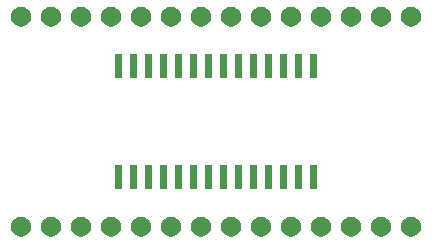
<source format=gbr>
G04 #@! TF.GenerationSoftware,KiCad,Pcbnew,5.0.2-bee76a0~70~ubuntu18.04.1*
G04 #@! TF.CreationDate,2019-03-14T21:08:30-04:00*
G04 #@! TF.ProjectId,soicssop,736f6963-7373-46f7-902e-6b696361645f,rev?*
G04 #@! TF.SameCoordinates,Original*
G04 #@! TF.FileFunction,Soldermask,Top*
G04 #@! TF.FilePolarity,Negative*
%FSLAX46Y46*%
G04 Gerber Fmt 4.6, Leading zero omitted, Abs format (unit mm)*
G04 Created by KiCad (PCBNEW 5.0.2-bee76a0~70~ubuntu18.04.1) date Thu 14 Mar 2019 21:08:30 EDT*
%MOMM*%
%LPD*%
G01*
G04 APERTURE LIST*
%ADD10C,0.100000*%
G04 APERTURE END LIST*
D10*
G36*
X-1022066Y-8072664D02*
X-867373Y-8136740D01*
X-728153Y-8229764D01*
X-609764Y-8348153D01*
X-516740Y-8487373D01*
X-452664Y-8642066D01*
X-420000Y-8806281D01*
X-420000Y-8973719D01*
X-452664Y-9137934D01*
X-516740Y-9292627D01*
X-609764Y-9431847D01*
X-728153Y-9550236D01*
X-867373Y-9643260D01*
X-1022066Y-9707336D01*
X-1186281Y-9740000D01*
X-1353719Y-9740000D01*
X-1517934Y-9707336D01*
X-1672627Y-9643260D01*
X-1811847Y-9550236D01*
X-1930236Y-9431847D01*
X-2023260Y-9292627D01*
X-2087336Y-9137934D01*
X-2120000Y-8973719D01*
X-2120000Y-8806281D01*
X-2087336Y-8642066D01*
X-2023260Y-8487373D01*
X-1930236Y-8348153D01*
X-1811847Y-8229764D01*
X-1672627Y-8136740D01*
X-1517934Y-8072664D01*
X-1353719Y-8040000D01*
X-1186281Y-8040000D01*
X-1022066Y-8072664D01*
X-1022066Y-8072664D01*
G37*
G36*
X14217934Y-8072664D02*
X14372627Y-8136740D01*
X14511847Y-8229764D01*
X14630236Y-8348153D01*
X14723260Y-8487373D01*
X14787336Y-8642066D01*
X14820000Y-8806281D01*
X14820000Y-8973719D01*
X14787336Y-9137934D01*
X14723260Y-9292627D01*
X14630236Y-9431847D01*
X14511847Y-9550236D01*
X14372627Y-9643260D01*
X14217934Y-9707336D01*
X14053719Y-9740000D01*
X13886281Y-9740000D01*
X13722066Y-9707336D01*
X13567373Y-9643260D01*
X13428153Y-9550236D01*
X13309764Y-9431847D01*
X13216740Y-9292627D01*
X13152664Y-9137934D01*
X13120000Y-8973719D01*
X13120000Y-8806281D01*
X13152664Y-8642066D01*
X13216740Y-8487373D01*
X13309764Y-8348153D01*
X13428153Y-8229764D01*
X13567373Y-8136740D01*
X13722066Y-8072664D01*
X13886281Y-8040000D01*
X14053719Y-8040000D01*
X14217934Y-8072664D01*
X14217934Y-8072664D01*
G37*
G36*
X16757934Y-8072664D02*
X16912627Y-8136740D01*
X17051847Y-8229764D01*
X17170236Y-8348153D01*
X17263260Y-8487373D01*
X17327336Y-8642066D01*
X17360000Y-8806281D01*
X17360000Y-8973719D01*
X17327336Y-9137934D01*
X17263260Y-9292627D01*
X17170236Y-9431847D01*
X17051847Y-9550236D01*
X16912627Y-9643260D01*
X16757934Y-9707336D01*
X16593719Y-9740000D01*
X16426281Y-9740000D01*
X16262066Y-9707336D01*
X16107373Y-9643260D01*
X15968153Y-9550236D01*
X15849764Y-9431847D01*
X15756740Y-9292627D01*
X15692664Y-9137934D01*
X15660000Y-8973719D01*
X15660000Y-8806281D01*
X15692664Y-8642066D01*
X15756740Y-8487373D01*
X15849764Y-8348153D01*
X15968153Y-8229764D01*
X16107373Y-8136740D01*
X16262066Y-8072664D01*
X16426281Y-8040000D01*
X16593719Y-8040000D01*
X16757934Y-8072664D01*
X16757934Y-8072664D01*
G37*
G36*
X-16262066Y-8072664D02*
X-16107373Y-8136740D01*
X-15968153Y-8229764D01*
X-15849764Y-8348153D01*
X-15756740Y-8487373D01*
X-15692664Y-8642066D01*
X-15660000Y-8806281D01*
X-15660000Y-8973719D01*
X-15692664Y-9137934D01*
X-15756740Y-9292627D01*
X-15849764Y-9431847D01*
X-15968153Y-9550236D01*
X-16107373Y-9643260D01*
X-16262066Y-9707336D01*
X-16426281Y-9740000D01*
X-16593719Y-9740000D01*
X-16757934Y-9707336D01*
X-16912627Y-9643260D01*
X-17051847Y-9550236D01*
X-17170236Y-9431847D01*
X-17263260Y-9292627D01*
X-17327336Y-9137934D01*
X-17360000Y-8973719D01*
X-17360000Y-8806281D01*
X-17327336Y-8642066D01*
X-17263260Y-8487373D01*
X-17170236Y-8348153D01*
X-17051847Y-8229764D01*
X-16912627Y-8136740D01*
X-16757934Y-8072664D01*
X-16593719Y-8040000D01*
X-16426281Y-8040000D01*
X-16262066Y-8072664D01*
X-16262066Y-8072664D01*
G37*
G36*
X-13722066Y-8072664D02*
X-13567373Y-8136740D01*
X-13428153Y-8229764D01*
X-13309764Y-8348153D01*
X-13216740Y-8487373D01*
X-13152664Y-8642066D01*
X-13120000Y-8806281D01*
X-13120000Y-8973719D01*
X-13152664Y-9137934D01*
X-13216740Y-9292627D01*
X-13309764Y-9431847D01*
X-13428153Y-9550236D01*
X-13567373Y-9643260D01*
X-13722066Y-9707336D01*
X-13886281Y-9740000D01*
X-14053719Y-9740000D01*
X-14217934Y-9707336D01*
X-14372627Y-9643260D01*
X-14511847Y-9550236D01*
X-14630236Y-9431847D01*
X-14723260Y-9292627D01*
X-14787336Y-9137934D01*
X-14820000Y-8973719D01*
X-14820000Y-8806281D01*
X-14787336Y-8642066D01*
X-14723260Y-8487373D01*
X-14630236Y-8348153D01*
X-14511847Y-8229764D01*
X-14372627Y-8136740D01*
X-14217934Y-8072664D01*
X-14053719Y-8040000D01*
X-13886281Y-8040000D01*
X-13722066Y-8072664D01*
X-13722066Y-8072664D01*
G37*
G36*
X11677934Y-8072664D02*
X11832627Y-8136740D01*
X11971847Y-8229764D01*
X12090236Y-8348153D01*
X12183260Y-8487373D01*
X12247336Y-8642066D01*
X12280000Y-8806281D01*
X12280000Y-8973719D01*
X12247336Y-9137934D01*
X12183260Y-9292627D01*
X12090236Y-9431847D01*
X11971847Y-9550236D01*
X11832627Y-9643260D01*
X11677934Y-9707336D01*
X11513719Y-9740000D01*
X11346281Y-9740000D01*
X11182066Y-9707336D01*
X11027373Y-9643260D01*
X10888153Y-9550236D01*
X10769764Y-9431847D01*
X10676740Y-9292627D01*
X10612664Y-9137934D01*
X10580000Y-8973719D01*
X10580000Y-8806281D01*
X10612664Y-8642066D01*
X10676740Y-8487373D01*
X10769764Y-8348153D01*
X10888153Y-8229764D01*
X11027373Y-8136740D01*
X11182066Y-8072664D01*
X11346281Y-8040000D01*
X11513719Y-8040000D01*
X11677934Y-8072664D01*
X11677934Y-8072664D01*
G37*
G36*
X-11182066Y-8072664D02*
X-11027373Y-8136740D01*
X-10888153Y-8229764D01*
X-10769764Y-8348153D01*
X-10676740Y-8487373D01*
X-10612664Y-8642066D01*
X-10580000Y-8806281D01*
X-10580000Y-8973719D01*
X-10612664Y-9137934D01*
X-10676740Y-9292627D01*
X-10769764Y-9431847D01*
X-10888153Y-9550236D01*
X-11027373Y-9643260D01*
X-11182066Y-9707336D01*
X-11346281Y-9740000D01*
X-11513719Y-9740000D01*
X-11677934Y-9707336D01*
X-11832627Y-9643260D01*
X-11971847Y-9550236D01*
X-12090236Y-9431847D01*
X-12183260Y-9292627D01*
X-12247336Y-9137934D01*
X-12280000Y-8973719D01*
X-12280000Y-8806281D01*
X-12247336Y-8642066D01*
X-12183260Y-8487373D01*
X-12090236Y-8348153D01*
X-11971847Y-8229764D01*
X-11832627Y-8136740D01*
X-11677934Y-8072664D01*
X-11513719Y-8040000D01*
X-11346281Y-8040000D01*
X-11182066Y-8072664D01*
X-11182066Y-8072664D01*
G37*
G36*
X9137934Y-8072664D02*
X9292627Y-8136740D01*
X9431847Y-8229764D01*
X9550236Y-8348153D01*
X9643260Y-8487373D01*
X9707336Y-8642066D01*
X9740000Y-8806281D01*
X9740000Y-8973719D01*
X9707336Y-9137934D01*
X9643260Y-9292627D01*
X9550236Y-9431847D01*
X9431847Y-9550236D01*
X9292627Y-9643260D01*
X9137934Y-9707336D01*
X8973719Y-9740000D01*
X8806281Y-9740000D01*
X8642066Y-9707336D01*
X8487373Y-9643260D01*
X8348153Y-9550236D01*
X8229764Y-9431847D01*
X8136740Y-9292627D01*
X8072664Y-9137934D01*
X8040000Y-8973719D01*
X8040000Y-8806281D01*
X8072664Y-8642066D01*
X8136740Y-8487373D01*
X8229764Y-8348153D01*
X8348153Y-8229764D01*
X8487373Y-8136740D01*
X8642066Y-8072664D01*
X8806281Y-8040000D01*
X8973719Y-8040000D01*
X9137934Y-8072664D01*
X9137934Y-8072664D01*
G37*
G36*
X-8642066Y-8072664D02*
X-8487373Y-8136740D01*
X-8348153Y-8229764D01*
X-8229764Y-8348153D01*
X-8136740Y-8487373D01*
X-8072664Y-8642066D01*
X-8040000Y-8806281D01*
X-8040000Y-8973719D01*
X-8072664Y-9137934D01*
X-8136740Y-9292627D01*
X-8229764Y-9431847D01*
X-8348153Y-9550236D01*
X-8487373Y-9643260D01*
X-8642066Y-9707336D01*
X-8806281Y-9740000D01*
X-8973719Y-9740000D01*
X-9137934Y-9707336D01*
X-9292627Y-9643260D01*
X-9431847Y-9550236D01*
X-9550236Y-9431847D01*
X-9643260Y-9292627D01*
X-9707336Y-9137934D01*
X-9740000Y-8973719D01*
X-9740000Y-8806281D01*
X-9707336Y-8642066D01*
X-9643260Y-8487373D01*
X-9550236Y-8348153D01*
X-9431847Y-8229764D01*
X-9292627Y-8136740D01*
X-9137934Y-8072664D01*
X-8973719Y-8040000D01*
X-8806281Y-8040000D01*
X-8642066Y-8072664D01*
X-8642066Y-8072664D01*
G37*
G36*
X6597934Y-8072664D02*
X6752627Y-8136740D01*
X6891847Y-8229764D01*
X7010236Y-8348153D01*
X7103260Y-8487373D01*
X7167336Y-8642066D01*
X7200000Y-8806281D01*
X7200000Y-8973719D01*
X7167336Y-9137934D01*
X7103260Y-9292627D01*
X7010236Y-9431847D01*
X6891847Y-9550236D01*
X6752627Y-9643260D01*
X6597934Y-9707336D01*
X6433719Y-9740000D01*
X6266281Y-9740000D01*
X6102066Y-9707336D01*
X5947373Y-9643260D01*
X5808153Y-9550236D01*
X5689764Y-9431847D01*
X5596740Y-9292627D01*
X5532664Y-9137934D01*
X5500000Y-8973719D01*
X5500000Y-8806281D01*
X5532664Y-8642066D01*
X5596740Y-8487373D01*
X5689764Y-8348153D01*
X5808153Y-8229764D01*
X5947373Y-8136740D01*
X6102066Y-8072664D01*
X6266281Y-8040000D01*
X6433719Y-8040000D01*
X6597934Y-8072664D01*
X6597934Y-8072664D01*
G37*
G36*
X-6102066Y-8072664D02*
X-5947373Y-8136740D01*
X-5808153Y-8229764D01*
X-5689764Y-8348153D01*
X-5596740Y-8487373D01*
X-5532664Y-8642066D01*
X-5500000Y-8806281D01*
X-5500000Y-8973719D01*
X-5532664Y-9137934D01*
X-5596740Y-9292627D01*
X-5689764Y-9431847D01*
X-5808153Y-9550236D01*
X-5947373Y-9643260D01*
X-6102066Y-9707336D01*
X-6266281Y-9740000D01*
X-6433719Y-9740000D01*
X-6597934Y-9707336D01*
X-6752627Y-9643260D01*
X-6891847Y-9550236D01*
X-7010236Y-9431847D01*
X-7103260Y-9292627D01*
X-7167336Y-9137934D01*
X-7200000Y-8973719D01*
X-7200000Y-8806281D01*
X-7167336Y-8642066D01*
X-7103260Y-8487373D01*
X-7010236Y-8348153D01*
X-6891847Y-8229764D01*
X-6752627Y-8136740D01*
X-6597934Y-8072664D01*
X-6433719Y-8040000D01*
X-6266281Y-8040000D01*
X-6102066Y-8072664D01*
X-6102066Y-8072664D01*
G37*
G36*
X4057934Y-8072664D02*
X4212627Y-8136740D01*
X4351847Y-8229764D01*
X4470236Y-8348153D01*
X4563260Y-8487373D01*
X4627336Y-8642066D01*
X4660000Y-8806281D01*
X4660000Y-8973719D01*
X4627336Y-9137934D01*
X4563260Y-9292627D01*
X4470236Y-9431847D01*
X4351847Y-9550236D01*
X4212627Y-9643260D01*
X4057934Y-9707336D01*
X3893719Y-9740000D01*
X3726281Y-9740000D01*
X3562066Y-9707336D01*
X3407373Y-9643260D01*
X3268153Y-9550236D01*
X3149764Y-9431847D01*
X3056740Y-9292627D01*
X2992664Y-9137934D01*
X2960000Y-8973719D01*
X2960000Y-8806281D01*
X2992664Y-8642066D01*
X3056740Y-8487373D01*
X3149764Y-8348153D01*
X3268153Y-8229764D01*
X3407373Y-8136740D01*
X3562066Y-8072664D01*
X3726281Y-8040000D01*
X3893719Y-8040000D01*
X4057934Y-8072664D01*
X4057934Y-8072664D01*
G37*
G36*
X-3562066Y-8072664D02*
X-3407373Y-8136740D01*
X-3268153Y-8229764D01*
X-3149764Y-8348153D01*
X-3056740Y-8487373D01*
X-2992664Y-8642066D01*
X-2960000Y-8806281D01*
X-2960000Y-8973719D01*
X-2992664Y-9137934D01*
X-3056740Y-9292627D01*
X-3149764Y-9431847D01*
X-3268153Y-9550236D01*
X-3407373Y-9643260D01*
X-3562066Y-9707336D01*
X-3726281Y-9740000D01*
X-3893719Y-9740000D01*
X-4057934Y-9707336D01*
X-4212627Y-9643260D01*
X-4351847Y-9550236D01*
X-4470236Y-9431847D01*
X-4563260Y-9292627D01*
X-4627336Y-9137934D01*
X-4660000Y-8973719D01*
X-4660000Y-8806281D01*
X-4627336Y-8642066D01*
X-4563260Y-8487373D01*
X-4470236Y-8348153D01*
X-4351847Y-8229764D01*
X-4212627Y-8136740D01*
X-4057934Y-8072664D01*
X-3893719Y-8040000D01*
X-3726281Y-8040000D01*
X-3562066Y-8072664D01*
X-3562066Y-8072664D01*
G37*
G36*
X1517934Y-8072664D02*
X1672627Y-8136740D01*
X1811847Y-8229764D01*
X1930236Y-8348153D01*
X2023260Y-8487373D01*
X2087336Y-8642066D01*
X2120000Y-8806281D01*
X2120000Y-8973719D01*
X2087336Y-9137934D01*
X2023260Y-9292627D01*
X1930236Y-9431847D01*
X1811847Y-9550236D01*
X1672627Y-9643260D01*
X1517934Y-9707336D01*
X1353719Y-9740000D01*
X1186281Y-9740000D01*
X1022066Y-9707336D01*
X867373Y-9643260D01*
X728153Y-9550236D01*
X609764Y-9431847D01*
X516740Y-9292627D01*
X452664Y-9137934D01*
X420000Y-8973719D01*
X420000Y-8806281D01*
X452664Y-8642066D01*
X516740Y-8487373D01*
X609764Y-8348153D01*
X728153Y-8229764D01*
X867373Y-8136740D01*
X1022066Y-8072664D01*
X1186281Y-8040000D01*
X1353719Y-8040000D01*
X1517934Y-8072664D01*
X1517934Y-8072664D01*
G37*
G36*
X3475000Y-5700000D02*
X2875000Y-5700000D01*
X2875000Y-3700000D01*
X3475000Y-3700000D01*
X3475000Y-5700000D01*
X3475000Y-5700000D01*
G37*
G36*
X8555000Y-5700000D02*
X7955000Y-5700000D01*
X7955000Y-3700000D01*
X8555000Y-3700000D01*
X8555000Y-5700000D01*
X8555000Y-5700000D01*
G37*
G36*
X-7955000Y-5700000D02*
X-8555000Y-5700000D01*
X-8555000Y-3700000D01*
X-7955000Y-3700000D01*
X-7955000Y-5700000D01*
X-7955000Y-5700000D01*
G37*
G36*
X-6685000Y-5700000D02*
X-7285000Y-5700000D01*
X-7285000Y-3700000D01*
X-6685000Y-3700000D01*
X-6685000Y-5700000D01*
X-6685000Y-5700000D01*
G37*
G36*
X-5415000Y-5700000D02*
X-6015000Y-5700000D01*
X-6015000Y-3700000D01*
X-5415000Y-3700000D01*
X-5415000Y-5700000D01*
X-5415000Y-5700000D01*
G37*
G36*
X-4145000Y-5700000D02*
X-4745000Y-5700000D01*
X-4745000Y-3700000D01*
X-4145000Y-3700000D01*
X-4145000Y-5700000D01*
X-4145000Y-5700000D01*
G37*
G36*
X-2875000Y-5700000D02*
X-3475000Y-5700000D01*
X-3475000Y-3700000D01*
X-2875000Y-3700000D01*
X-2875000Y-5700000D01*
X-2875000Y-5700000D01*
G37*
G36*
X-1605000Y-5700000D02*
X-2205000Y-5700000D01*
X-2205000Y-3700000D01*
X-1605000Y-3700000D01*
X-1605000Y-5700000D01*
X-1605000Y-5700000D01*
G37*
G36*
X-335000Y-5700000D02*
X-935000Y-5700000D01*
X-935000Y-3700000D01*
X-335000Y-3700000D01*
X-335000Y-5700000D01*
X-335000Y-5700000D01*
G37*
G36*
X935000Y-5700000D02*
X335000Y-5700000D01*
X335000Y-3700000D01*
X935000Y-3700000D01*
X935000Y-5700000D01*
X935000Y-5700000D01*
G37*
G36*
X2205000Y-5700000D02*
X1605000Y-5700000D01*
X1605000Y-3700000D01*
X2205000Y-3700000D01*
X2205000Y-5700000D01*
X2205000Y-5700000D01*
G37*
G36*
X6015000Y-5700000D02*
X5415000Y-5700000D01*
X5415000Y-3700000D01*
X6015000Y-3700000D01*
X6015000Y-5700000D01*
X6015000Y-5700000D01*
G37*
G36*
X4745000Y-5700000D02*
X4145000Y-5700000D01*
X4145000Y-3700000D01*
X4745000Y-3700000D01*
X4745000Y-5700000D01*
X4745000Y-5700000D01*
G37*
G36*
X7285000Y-5700000D02*
X6685000Y-5700000D01*
X6685000Y-3700000D01*
X7285000Y-3700000D01*
X7285000Y-5700000D01*
X7285000Y-5700000D01*
G37*
G36*
X-6685000Y3700000D02*
X-7285000Y3700000D01*
X-7285000Y5700000D01*
X-6685000Y5700000D01*
X-6685000Y3700000D01*
X-6685000Y3700000D01*
G37*
G36*
X8555000Y3700000D02*
X7955000Y3700000D01*
X7955000Y5700000D01*
X8555000Y5700000D01*
X8555000Y3700000D01*
X8555000Y3700000D01*
G37*
G36*
X7285000Y3700000D02*
X6685000Y3700000D01*
X6685000Y5700000D01*
X7285000Y5700000D01*
X7285000Y3700000D01*
X7285000Y3700000D01*
G37*
G36*
X6015000Y3700000D02*
X5415000Y3700000D01*
X5415000Y5700000D01*
X6015000Y5700000D01*
X6015000Y3700000D01*
X6015000Y3700000D01*
G37*
G36*
X4745000Y3700000D02*
X4145000Y3700000D01*
X4145000Y5700000D01*
X4745000Y5700000D01*
X4745000Y3700000D01*
X4745000Y3700000D01*
G37*
G36*
X3475000Y3700000D02*
X2875000Y3700000D01*
X2875000Y5700000D01*
X3475000Y5700000D01*
X3475000Y3700000D01*
X3475000Y3700000D01*
G37*
G36*
X2205000Y3700000D02*
X1605000Y3700000D01*
X1605000Y5700000D01*
X2205000Y5700000D01*
X2205000Y3700000D01*
X2205000Y3700000D01*
G37*
G36*
X-335000Y3700000D02*
X-935000Y3700000D01*
X-935000Y5700000D01*
X-335000Y5700000D01*
X-335000Y3700000D01*
X-335000Y3700000D01*
G37*
G36*
X-1605000Y3700000D02*
X-2205000Y3700000D01*
X-2205000Y5700000D01*
X-1605000Y5700000D01*
X-1605000Y3700000D01*
X-1605000Y3700000D01*
G37*
G36*
X-2875000Y3700000D02*
X-3475000Y3700000D01*
X-3475000Y5700000D01*
X-2875000Y5700000D01*
X-2875000Y3700000D01*
X-2875000Y3700000D01*
G37*
G36*
X-4145000Y3700000D02*
X-4745000Y3700000D01*
X-4745000Y5700000D01*
X-4145000Y5700000D01*
X-4145000Y3700000D01*
X-4145000Y3700000D01*
G37*
G36*
X-5415000Y3700000D02*
X-6015000Y3700000D01*
X-6015000Y5700000D01*
X-5415000Y5700000D01*
X-5415000Y3700000D01*
X-5415000Y3700000D01*
G37*
G36*
X-7955000Y3700000D02*
X-8555000Y3700000D01*
X-8555000Y5700000D01*
X-7955000Y5700000D01*
X-7955000Y3700000D01*
X-7955000Y3700000D01*
G37*
G36*
X935000Y3700000D02*
X335000Y3700000D01*
X335000Y5700000D01*
X935000Y5700000D01*
X935000Y3700000D01*
X935000Y3700000D01*
G37*
G36*
X-16262066Y9707336D02*
X-16107373Y9643260D01*
X-15968153Y9550236D01*
X-15849764Y9431847D01*
X-15756740Y9292627D01*
X-15692664Y9137934D01*
X-15660000Y8973719D01*
X-15660000Y8806281D01*
X-15692664Y8642066D01*
X-15756740Y8487373D01*
X-15849764Y8348153D01*
X-15968153Y8229764D01*
X-16107373Y8136740D01*
X-16262066Y8072664D01*
X-16426281Y8040000D01*
X-16593719Y8040000D01*
X-16757934Y8072664D01*
X-16912627Y8136740D01*
X-17051847Y8229764D01*
X-17170236Y8348153D01*
X-17263260Y8487373D01*
X-17327336Y8642066D01*
X-17360000Y8806281D01*
X-17360000Y8973719D01*
X-17327336Y9137934D01*
X-17263260Y9292627D01*
X-17170236Y9431847D01*
X-17051847Y9550236D01*
X-16912627Y9643260D01*
X-16757934Y9707336D01*
X-16593719Y9740000D01*
X-16426281Y9740000D01*
X-16262066Y9707336D01*
X-16262066Y9707336D01*
G37*
G36*
X-11182066Y9707336D02*
X-11027373Y9643260D01*
X-10888153Y9550236D01*
X-10769764Y9431847D01*
X-10676740Y9292627D01*
X-10612664Y9137934D01*
X-10580000Y8973719D01*
X-10580000Y8806281D01*
X-10612664Y8642066D01*
X-10676740Y8487373D01*
X-10769764Y8348153D01*
X-10888153Y8229764D01*
X-11027373Y8136740D01*
X-11182066Y8072664D01*
X-11346281Y8040000D01*
X-11513719Y8040000D01*
X-11677934Y8072664D01*
X-11832627Y8136740D01*
X-11971847Y8229764D01*
X-12090236Y8348153D01*
X-12183260Y8487373D01*
X-12247336Y8642066D01*
X-12280000Y8806281D01*
X-12280000Y8973719D01*
X-12247336Y9137934D01*
X-12183260Y9292627D01*
X-12090236Y9431847D01*
X-11971847Y9550236D01*
X-11832627Y9643260D01*
X-11677934Y9707336D01*
X-11513719Y9740000D01*
X-11346281Y9740000D01*
X-11182066Y9707336D01*
X-11182066Y9707336D01*
G37*
G36*
X-8642066Y9707336D02*
X-8487373Y9643260D01*
X-8348153Y9550236D01*
X-8229764Y9431847D01*
X-8136740Y9292627D01*
X-8072664Y9137934D01*
X-8040000Y8973719D01*
X-8040000Y8806281D01*
X-8072664Y8642066D01*
X-8136740Y8487373D01*
X-8229764Y8348153D01*
X-8348153Y8229764D01*
X-8487373Y8136740D01*
X-8642066Y8072664D01*
X-8806281Y8040000D01*
X-8973719Y8040000D01*
X-9137934Y8072664D01*
X-9292627Y8136740D01*
X-9431847Y8229764D01*
X-9550236Y8348153D01*
X-9643260Y8487373D01*
X-9707336Y8642066D01*
X-9740000Y8806281D01*
X-9740000Y8973719D01*
X-9707336Y9137934D01*
X-9643260Y9292627D01*
X-9550236Y9431847D01*
X-9431847Y9550236D01*
X-9292627Y9643260D01*
X-9137934Y9707336D01*
X-8973719Y9740000D01*
X-8806281Y9740000D01*
X-8642066Y9707336D01*
X-8642066Y9707336D01*
G37*
G36*
X-6102066Y9707336D02*
X-5947373Y9643260D01*
X-5808153Y9550236D01*
X-5689764Y9431847D01*
X-5596740Y9292627D01*
X-5532664Y9137934D01*
X-5500000Y8973719D01*
X-5500000Y8806281D01*
X-5532664Y8642066D01*
X-5596740Y8487373D01*
X-5689764Y8348153D01*
X-5808153Y8229764D01*
X-5947373Y8136740D01*
X-6102066Y8072664D01*
X-6266281Y8040000D01*
X-6433719Y8040000D01*
X-6597934Y8072664D01*
X-6752627Y8136740D01*
X-6891847Y8229764D01*
X-7010236Y8348153D01*
X-7103260Y8487373D01*
X-7167336Y8642066D01*
X-7200000Y8806281D01*
X-7200000Y8973719D01*
X-7167336Y9137934D01*
X-7103260Y9292627D01*
X-7010236Y9431847D01*
X-6891847Y9550236D01*
X-6752627Y9643260D01*
X-6597934Y9707336D01*
X-6433719Y9740000D01*
X-6266281Y9740000D01*
X-6102066Y9707336D01*
X-6102066Y9707336D01*
G37*
G36*
X-3562066Y9707336D02*
X-3407373Y9643260D01*
X-3268153Y9550236D01*
X-3149764Y9431847D01*
X-3056740Y9292627D01*
X-2992664Y9137934D01*
X-2960000Y8973719D01*
X-2960000Y8806281D01*
X-2992664Y8642066D01*
X-3056740Y8487373D01*
X-3149764Y8348153D01*
X-3268153Y8229764D01*
X-3407373Y8136740D01*
X-3562066Y8072664D01*
X-3726281Y8040000D01*
X-3893719Y8040000D01*
X-4057934Y8072664D01*
X-4212627Y8136740D01*
X-4351847Y8229764D01*
X-4470236Y8348153D01*
X-4563260Y8487373D01*
X-4627336Y8642066D01*
X-4660000Y8806281D01*
X-4660000Y8973719D01*
X-4627336Y9137934D01*
X-4563260Y9292627D01*
X-4470236Y9431847D01*
X-4351847Y9550236D01*
X-4212627Y9643260D01*
X-4057934Y9707336D01*
X-3893719Y9740000D01*
X-3726281Y9740000D01*
X-3562066Y9707336D01*
X-3562066Y9707336D01*
G37*
G36*
X-1022066Y9707336D02*
X-867373Y9643260D01*
X-728153Y9550236D01*
X-609764Y9431847D01*
X-516740Y9292627D01*
X-452664Y9137934D01*
X-420000Y8973719D01*
X-420000Y8806281D01*
X-452664Y8642066D01*
X-516740Y8487373D01*
X-609764Y8348153D01*
X-728153Y8229764D01*
X-867373Y8136740D01*
X-1022066Y8072664D01*
X-1186281Y8040000D01*
X-1353719Y8040000D01*
X-1517934Y8072664D01*
X-1672627Y8136740D01*
X-1811847Y8229764D01*
X-1930236Y8348153D01*
X-2023260Y8487373D01*
X-2087336Y8642066D01*
X-2120000Y8806281D01*
X-2120000Y8973719D01*
X-2087336Y9137934D01*
X-2023260Y9292627D01*
X-1930236Y9431847D01*
X-1811847Y9550236D01*
X-1672627Y9643260D01*
X-1517934Y9707336D01*
X-1353719Y9740000D01*
X-1186281Y9740000D01*
X-1022066Y9707336D01*
X-1022066Y9707336D01*
G37*
G36*
X-13722066Y9707336D02*
X-13567373Y9643260D01*
X-13428153Y9550236D01*
X-13309764Y9431847D01*
X-13216740Y9292627D01*
X-13152664Y9137934D01*
X-13120000Y8973719D01*
X-13120000Y8806281D01*
X-13152664Y8642066D01*
X-13216740Y8487373D01*
X-13309764Y8348153D01*
X-13428153Y8229764D01*
X-13567373Y8136740D01*
X-13722066Y8072664D01*
X-13886281Y8040000D01*
X-14053719Y8040000D01*
X-14217934Y8072664D01*
X-14372627Y8136740D01*
X-14511847Y8229764D01*
X-14630236Y8348153D01*
X-14723260Y8487373D01*
X-14787336Y8642066D01*
X-14820000Y8806281D01*
X-14820000Y8973719D01*
X-14787336Y9137934D01*
X-14723260Y9292627D01*
X-14630236Y9431847D01*
X-14511847Y9550236D01*
X-14372627Y9643260D01*
X-14217934Y9707336D01*
X-14053719Y9740000D01*
X-13886281Y9740000D01*
X-13722066Y9707336D01*
X-13722066Y9707336D01*
G37*
G36*
X4057934Y9707336D02*
X4212627Y9643260D01*
X4351847Y9550236D01*
X4470236Y9431847D01*
X4563260Y9292627D01*
X4627336Y9137934D01*
X4660000Y8973719D01*
X4660000Y8806281D01*
X4627336Y8642066D01*
X4563260Y8487373D01*
X4470236Y8348153D01*
X4351847Y8229764D01*
X4212627Y8136740D01*
X4057934Y8072664D01*
X3893719Y8040000D01*
X3726281Y8040000D01*
X3562066Y8072664D01*
X3407373Y8136740D01*
X3268153Y8229764D01*
X3149764Y8348153D01*
X3056740Y8487373D01*
X2992664Y8642066D01*
X2960000Y8806281D01*
X2960000Y8973719D01*
X2992664Y9137934D01*
X3056740Y9292627D01*
X3149764Y9431847D01*
X3268153Y9550236D01*
X3407373Y9643260D01*
X3562066Y9707336D01*
X3726281Y9740000D01*
X3893719Y9740000D01*
X4057934Y9707336D01*
X4057934Y9707336D01*
G37*
G36*
X6597934Y9707336D02*
X6752627Y9643260D01*
X6891847Y9550236D01*
X7010236Y9431847D01*
X7103260Y9292627D01*
X7167336Y9137934D01*
X7200000Y8973719D01*
X7200000Y8806281D01*
X7167336Y8642066D01*
X7103260Y8487373D01*
X7010236Y8348153D01*
X6891847Y8229764D01*
X6752627Y8136740D01*
X6597934Y8072664D01*
X6433719Y8040000D01*
X6266281Y8040000D01*
X6102066Y8072664D01*
X5947373Y8136740D01*
X5808153Y8229764D01*
X5689764Y8348153D01*
X5596740Y8487373D01*
X5532664Y8642066D01*
X5500000Y8806281D01*
X5500000Y8973719D01*
X5532664Y9137934D01*
X5596740Y9292627D01*
X5689764Y9431847D01*
X5808153Y9550236D01*
X5947373Y9643260D01*
X6102066Y9707336D01*
X6266281Y9740000D01*
X6433719Y9740000D01*
X6597934Y9707336D01*
X6597934Y9707336D01*
G37*
G36*
X9137934Y9707336D02*
X9292627Y9643260D01*
X9431847Y9550236D01*
X9550236Y9431847D01*
X9643260Y9292627D01*
X9707336Y9137934D01*
X9740000Y8973719D01*
X9740000Y8806281D01*
X9707336Y8642066D01*
X9643260Y8487373D01*
X9550236Y8348153D01*
X9431847Y8229764D01*
X9292627Y8136740D01*
X9137934Y8072664D01*
X8973719Y8040000D01*
X8806281Y8040000D01*
X8642066Y8072664D01*
X8487373Y8136740D01*
X8348153Y8229764D01*
X8229764Y8348153D01*
X8136740Y8487373D01*
X8072664Y8642066D01*
X8040000Y8806281D01*
X8040000Y8973719D01*
X8072664Y9137934D01*
X8136740Y9292627D01*
X8229764Y9431847D01*
X8348153Y9550236D01*
X8487373Y9643260D01*
X8642066Y9707336D01*
X8806281Y9740000D01*
X8973719Y9740000D01*
X9137934Y9707336D01*
X9137934Y9707336D01*
G37*
G36*
X11677934Y9707336D02*
X11832627Y9643260D01*
X11971847Y9550236D01*
X12090236Y9431847D01*
X12183260Y9292627D01*
X12247336Y9137934D01*
X12280000Y8973719D01*
X12280000Y8806281D01*
X12247336Y8642066D01*
X12183260Y8487373D01*
X12090236Y8348153D01*
X11971847Y8229764D01*
X11832627Y8136740D01*
X11677934Y8072664D01*
X11513719Y8040000D01*
X11346281Y8040000D01*
X11182066Y8072664D01*
X11027373Y8136740D01*
X10888153Y8229764D01*
X10769764Y8348153D01*
X10676740Y8487373D01*
X10612664Y8642066D01*
X10580000Y8806281D01*
X10580000Y8973719D01*
X10612664Y9137934D01*
X10676740Y9292627D01*
X10769764Y9431847D01*
X10888153Y9550236D01*
X11027373Y9643260D01*
X11182066Y9707336D01*
X11346281Y9740000D01*
X11513719Y9740000D01*
X11677934Y9707336D01*
X11677934Y9707336D01*
G37*
G36*
X14217934Y9707336D02*
X14372627Y9643260D01*
X14511847Y9550236D01*
X14630236Y9431847D01*
X14723260Y9292627D01*
X14787336Y9137934D01*
X14820000Y8973719D01*
X14820000Y8806281D01*
X14787336Y8642066D01*
X14723260Y8487373D01*
X14630236Y8348153D01*
X14511847Y8229764D01*
X14372627Y8136740D01*
X14217934Y8072664D01*
X14053719Y8040000D01*
X13886281Y8040000D01*
X13722066Y8072664D01*
X13567373Y8136740D01*
X13428153Y8229764D01*
X13309764Y8348153D01*
X13216740Y8487373D01*
X13152664Y8642066D01*
X13120000Y8806281D01*
X13120000Y8973719D01*
X13152664Y9137934D01*
X13216740Y9292627D01*
X13309764Y9431847D01*
X13428153Y9550236D01*
X13567373Y9643260D01*
X13722066Y9707336D01*
X13886281Y9740000D01*
X14053719Y9740000D01*
X14217934Y9707336D01*
X14217934Y9707336D01*
G37*
G36*
X16757934Y9707336D02*
X16912627Y9643260D01*
X17051847Y9550236D01*
X17170236Y9431847D01*
X17263260Y9292627D01*
X17327336Y9137934D01*
X17360000Y8973719D01*
X17360000Y8806281D01*
X17327336Y8642066D01*
X17263260Y8487373D01*
X17170236Y8348153D01*
X17051847Y8229764D01*
X16912627Y8136740D01*
X16757934Y8072664D01*
X16593719Y8040000D01*
X16426281Y8040000D01*
X16262066Y8072664D01*
X16107373Y8136740D01*
X15968153Y8229764D01*
X15849764Y8348153D01*
X15756740Y8487373D01*
X15692664Y8642066D01*
X15660000Y8806281D01*
X15660000Y8973719D01*
X15692664Y9137934D01*
X15756740Y9292627D01*
X15849764Y9431847D01*
X15968153Y9550236D01*
X16107373Y9643260D01*
X16262066Y9707336D01*
X16426281Y9740000D01*
X16593719Y9740000D01*
X16757934Y9707336D01*
X16757934Y9707336D01*
G37*
G36*
X1517934Y9707336D02*
X1672627Y9643260D01*
X1811847Y9550236D01*
X1930236Y9431847D01*
X2023260Y9292627D01*
X2087336Y9137934D01*
X2120000Y8973719D01*
X2120000Y8806281D01*
X2087336Y8642066D01*
X2023260Y8487373D01*
X1930236Y8348153D01*
X1811847Y8229764D01*
X1672627Y8136740D01*
X1517934Y8072664D01*
X1353719Y8040000D01*
X1186281Y8040000D01*
X1022066Y8072664D01*
X867373Y8136740D01*
X728153Y8229764D01*
X609764Y8348153D01*
X516740Y8487373D01*
X452664Y8642066D01*
X420000Y8806281D01*
X420000Y8973719D01*
X452664Y9137934D01*
X516740Y9292627D01*
X609764Y9431847D01*
X728153Y9550236D01*
X867373Y9643260D01*
X1022066Y9707336D01*
X1186281Y9740000D01*
X1353719Y9740000D01*
X1517934Y9707336D01*
X1517934Y9707336D01*
G37*
M02*

</source>
